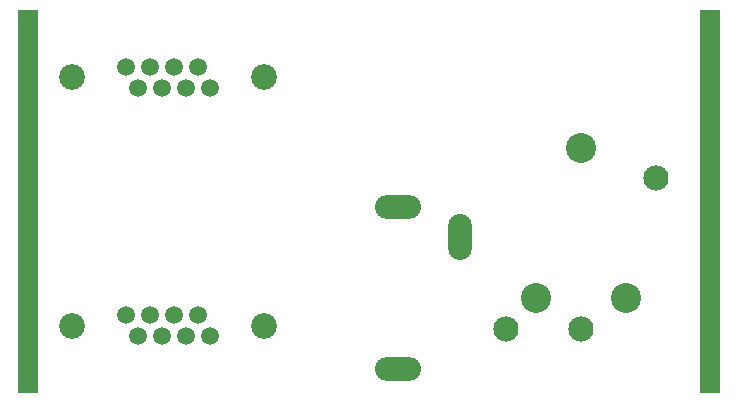
<source format=gbs>
G04*
G04 #@! TF.GenerationSoftware,Altium Limited,Altium Designer,20.2.3 (150)*
G04*
G04 Layer_Color=16711935*
%FSLAX25Y25*%
%MOIN*%
G70*
G04*
G04 #@! TF.SameCoordinates,D589E21F-5B4D-4C87-A750-38AF030900ED*
G04*
G04*
G04 #@! TF.FilePolarity,Negative*
G04*
G01*
G75*
%ADD30C,0.08600*%
%ADD31C,0.05900*%
%ADD32C,0.08400*%
%ADD33C,0.10000*%
%ADD34O,0.07880X0.15361*%
%ADD35O,0.15361X0.07880*%
%ADD36C,0.02400*%
G36*
X66929Y40390D02*
X60075D01*
Y168272D01*
X66929D01*
Y40390D01*
D02*
G37*
G36*
X294256D02*
X287402D01*
Y168272D01*
X294256D01*
X294256Y40390D01*
D02*
G37*
D30*
X78236Y145791D02*
D03*
X142236D02*
D03*
Y62870D02*
D03*
X78236D02*
D03*
D31*
X124236Y142291D02*
D03*
X120236Y149291D02*
D03*
X116236Y142291D02*
D03*
X112236Y149291D02*
D03*
X108236Y142291D02*
D03*
X104236Y149291D02*
D03*
X100236Y142291D02*
D03*
X96236Y149291D02*
D03*
Y66370D02*
D03*
X100236Y59370D02*
D03*
X104236Y66370D02*
D03*
X108236Y59370D02*
D03*
X112236Y66370D02*
D03*
X116236Y59370D02*
D03*
X120236Y66370D02*
D03*
X124236Y59370D02*
D03*
D32*
X273031Y112270D02*
D03*
X248031Y61970D02*
D03*
X223031D02*
D03*
D33*
X263032Y72270D02*
D03*
X233032D02*
D03*
X248031Y122270D02*
D03*
D34*
X207410Y92547D02*
D03*
D35*
X186937Y102390D02*
D03*
Y48453D02*
D03*
D36*
X62992Y165354D02*
D03*
X291339D02*
D03*
Y157480D02*
D03*
Y149606D02*
D03*
Y141732D02*
D03*
Y133858D02*
D03*
Y125984D02*
D03*
Y118110D02*
D03*
Y110236D02*
D03*
Y98425D02*
D03*
Y90551D02*
D03*
Y82677D02*
D03*
Y74803D02*
D03*
Y66929D02*
D03*
Y59055D02*
D03*
Y51181D02*
D03*
Y43307D02*
D03*
Y104331D02*
D03*
X62992D02*
D03*
Y157480D02*
D03*
Y149606D02*
D03*
Y141732D02*
D03*
Y133858D02*
D03*
Y125984D02*
D03*
Y118110D02*
D03*
Y110236D02*
D03*
Y98425D02*
D03*
Y90551D02*
D03*
Y82677D02*
D03*
Y74803D02*
D03*
Y66929D02*
D03*
Y59055D02*
D03*
Y51181D02*
D03*
Y43307D02*
D03*
M02*

</source>
